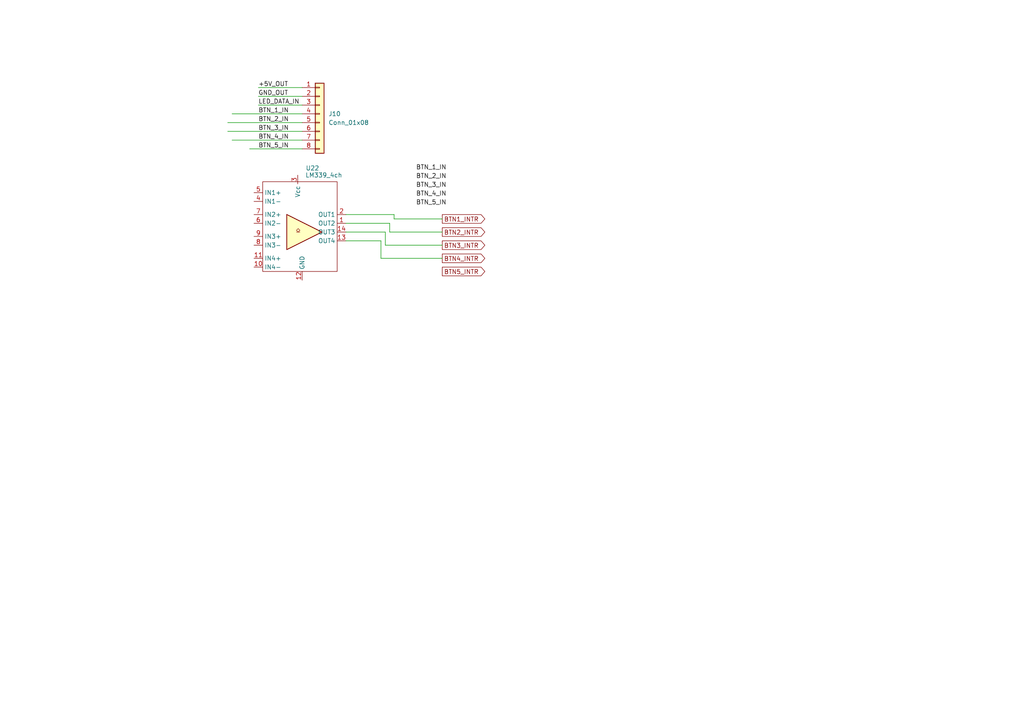
<source format=kicad_sch>
(kicad_sch (version 20231120) (generator "eeschema") (generator_version "8.0")
  (paper "A4")
  (lib_symbols
    (symbol "Connector_Generic:Conn_01x08" (pin_names (offset 1.016) hide)
      (property "Reference" "J" (at 0 10.16 0))
      (property "Value" "Conn_01x08" (at 0 -12.7 0))
      (symbol "Conn_01x08_1_1"
        (rectangle (start -1.27 -10.033) (end 0 -10.287) (stroke (width 0.1524)))
        (rectangle (start -1.27 -7.493) (end 0 -7.747) (stroke (width 0.1524)))
        (rectangle (start -1.27 -4.953) (end 0 -5.207) (stroke (width 0.1524)))
        (rectangle (start -1.27 -2.413) (end 0 -2.667) (stroke (width 0.1524)))
        (rectangle (start -1.27 0.127) (end 0 -0.127) (stroke (width 0.1524)))
        (rectangle (start -1.27 2.667) (end 0 2.413) (stroke (width 0.1524)))
        (rectangle (start -1.27 5.207) (end 0 4.953) (stroke (width 0.1524)))
        (rectangle (start -1.27 7.747) (end 0 7.493) (stroke (width 0.1524)))
        (rectangle (start -1.27 8.89) (end 1.27 -11.43) (stroke (width 0.254)) (fill (type background)))
        (pin passive line (at -5.08 7.62 0) (length 3.81) (name "Pin_1") (number "1"))
        (pin passive line (at -5.08 5.08 0) (length 3.81) (name "Pin_2") (number "2"))
        (pin passive line (at -5.08 2.54 0) (length 3.81) (name "Pin_3") (number "3"))
        (pin passive line (at -5.08 0 0) (length 3.81) (name "Pin_4") (number "4"))
        (pin passive line (at -5.08 -2.54 0) (length 3.81) (name "Pin_5") (number "5"))
        (pin passive line (at -5.08 -5.08 0) (length 3.81) (name "Pin_6") (number "6"))
        (pin passive line (at -5.08 -7.62 0) (length 3.81) (name "Pin_7") (number "7"))
        (pin passive line (at -5.08 -10.16 0) (length 3.81) (name "Pin_8") (number "8"))
      )
    )
    (symbol "HeavyDuty:LM339_4ch"
      (property "Reference" "U" (at -1.778 13.716 0))
      (symbol "LM339_4ch_0_1"
        (rectangle (start -8.89 12.065) (end 12.7 -13.97))
      )
      (symbol "LM339_4ch_1_1"
        (polyline (pts (xy -1.905 2.54) (xy 8.255 -2.54) (xy -1.905 -7.62) (xy -1.905 2.54)) (stroke (width 0.254)) (fill (type background)))
        (polyline (pts (xy 1.905 -2.54) (xy 1.397 -2.54) (xy 1.905 -2.032) (xy 1.397 -1.524) (xy 0.889 -2.032) (xy 1.397 -2.54) (xy 0.889 -2.54)) (stroke (width 0.127)))
        (pin output line (at 15.24 0 180) (length 2.54) (name "OUT2") (number "1"))
        (pin input line (at -11.43 -12.7 0) (length 2.54) (name "IN4-") (number "10"))
        (pin input line (at -11.43 -10.16 0) (length 2.54) (name "IN4+") (number "11"))
        (pin passive line (at 2.54 -16.51 90) (length 2.54) (name "GND") (number "12"))
        (pin output line (at 15.24 -5.08 180) (length 2.54) (name "OUT4") (number "13"))
        (pin output line (at 15.24 -2.54 180) (length 2.54) (name "OUT3") (number "14"))
        (pin output line (at 15.24 2.54 180) (length 2.54) (name "OUT1") (number "2"))
        (pin power_in line (at 1.27 13.97 270) (length 2.54) (name "Vcc") (number "3"))
        (pin input line (at -11.43 6.35 0) (length 2.54) (name "IN1-") (number "4"))
        (pin input line (at -11.43 8.89 0) (length 2.54) (name "IN1+") (number "5"))
        (pin input line (at -11.43 0 0) (length 2.54) (name "IN2-") (number "6"))
        (pin input line (at -11.43 2.54 0) (length 2.54) (name "IN2+") (number "7"))
        (pin input line (at -11.43 -6.35 0) (length 2.54) (name "IN3-") (number "8"))
        (pin input line (at -11.43 -3.81 0) (length 2.54) (name "IN3+") (number "9"))
      )
    )
  )
  (wire (pts (xy 110.49 74.93) (xy 110.49 69.85)))
  (wire (pts (xy 74.93 30.48) (xy 87.63 30.48)))
  (wire (pts (xy 66.04 35.56) (xy 87.63 35.56)))
  (wire (pts (xy 111.76 71.12) (xy 128.27 71.12)))
  (wire (pts (xy 74.93 27.94) (xy 87.63 27.94)))
  (wire (pts (xy 66.04 38.1) (xy 87.63 38.1)))
  (wire (pts (xy 128.27 67.31) (xy 113.03 67.31)))
  (wire (pts (xy 111.76 67.31) (xy 111.76 71.12)))
  (wire (pts (xy 74.93 25.4) (xy 87.63 25.4)))
  (wire (pts (xy 100.33 67.31) (xy 111.76 67.31)))
  (wire (pts (xy 67.31 40.64) (xy 87.63 40.64)))
  (wire (pts (xy 113.03 67.31) (xy 113.03 64.77)))
  (wire (pts (xy 72.39 43.18) (xy 87.63 43.18)))
  (wire (pts (xy 113.03 64.77) (xy 100.33 64.77)))
  (wire (pts (xy 67.31 33.02) (xy 87.63 33.02)))
  (wire (pts (xy 128.27 74.93) (xy 110.49 74.93)))
  (wire (pts (xy 128.27 63.5) (xy 114.3 63.5)))
  (wire (pts (xy 110.49 69.85) (xy 100.33 69.85)))
  (wire (pts (xy 114.3 62.23) (xy 100.33 62.23)))
  (wire (pts (xy 114.3 63.5) (xy 114.3 62.23)))
  (label "BTN_1_IN" (at 74.93 33.02 0))
  (label "BTN_5_IN" (at 74.93 43.18 0))
  (label "BTN_3_IN" (at 74.93 38.1 0))
  (label "BTN_4_IN" (at 74.93 40.64 0))
  (label "BTN_3_IN" (at 120.65 54.61 0))
  (label "BTN_5_IN" (at 120.65 59.69 0))
  (label "BTN_1_IN" (at 120.65 49.53 0))
  (label "+5V_OUT" (at 74.93 25.4 0))
  (label "BTN_2_IN" (at 74.93 35.56 0))
  (label "LED_DATA_IN" (at 74.93 30.48 0))
  (label "GND_OUT" (at 74.93 27.94 0))
  (label "BTN_2_IN" (at 120.65 52.07 0))
  (label "BTN_4_IN" (at 120.65 57.15 0))
  (global_label "BTN5_INTR" (shape output) (at 128.27 78.74 0) (property "Intersheetrefs" "${INTERSHEET_REFS}" (effects (hide yes))))
  (global_label "BTN2_INTR" (shape output) (at 128.27 67.31 0) (property "Intersheetrefs" "${INTERSHEET_REFS}" (effects (hide yes))))
  (global_label "BTN1_INTR" (shape output) (at 128.27 63.5 0) (property "Intersheetrefs" "${INTERSHEET_REFS}" (effects (hide yes))))
  (global_label "BTN3_INTR" (shape output) (at 128.27 71.12 0) (property "Intersheetrefs" "${INTERSHEET_REFS}" (effects (hide yes))))
  (global_label "BTN4_INTR" (shape output) (at 128.27 74.93 0) (property "Intersheetrefs" "${INTERSHEET_REFS}" (effects (hide yes))))
  (symbol (lib_id "Connector_Generic:Conn_01x08") (at 92.71 33.02 0) (unit 1)
    (property "Reference" "J10" (at 95.25 33.0199 0) (effects (justify left)))
    (property "Value" "Conn_01x08" (at 95.25 35.5599 0) (effects (justify left)))
    (property "Footprint" "TerminalBlock:TerminalBlock_Xinya_XY308-2.54-8P_1x08_P2.54mm_Horizontal" (effects (hide yes)))
    (property "Description" "Generic connector, single row, 01x08, script generated (kicad-library-utils/schlib/autogen/connector/)" (effects (hide yes)))
  )
  (symbol (lib_id "HeavyDuty:LM339_4ch") (at 85.09 64.77 0) (unit 1)
    (property "Reference" "U22" (at 88.646 48.768 0) (effects (justify left)))
    (property "Value" "LM339_4ch" (at 88.5541 50.8 0) (effects (justify left)))
    (property "Footprint" "Package_SO:HTSSOP-14-1EP_4.4x5mm_P0.65mm_EP3.4x5mm_Mask3x3.1mm_ThermalVias" (effects (hide yes)))
  )
)
</source>
